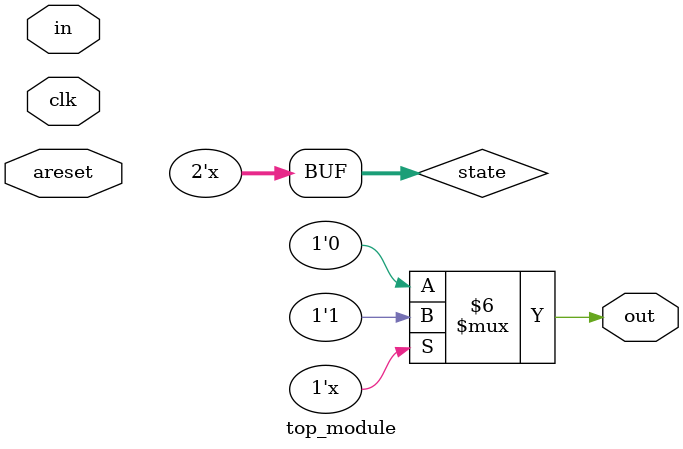
<source format=sv>
module top_module (
    input clk,
    input in,
    input areset,
    output reg out
);

    // Define the state register and the states
    reg [1:0] state;
    localparam [1:0] A = 2'b00, B = 2'b01, C = 2'b10, D = 2'b11;

    // Combinational logic block to determine the next state
    always @(*) begin
        case (state)
            A: begin
                if (in) state = B;
                else state = A;
            end
            B: begin
                if (in) state = B;
                else state = C;
            end
            C: begin
                if (in) state = D;
                else state = A;
            end
            D: begin
                if (in) state = B;
                else state = C;
            end
        endcase
    end

    // Sequential logic block to update the state register
    always @(posedge clk or posedge areset) begin
        if (areset) state <= A;
        else state <= state;
    end

    // Output logic
    always @(*) begin
        if (state == D) out = 1'b1;
        else out = 1'b0;
    end

endmodule

</source>
